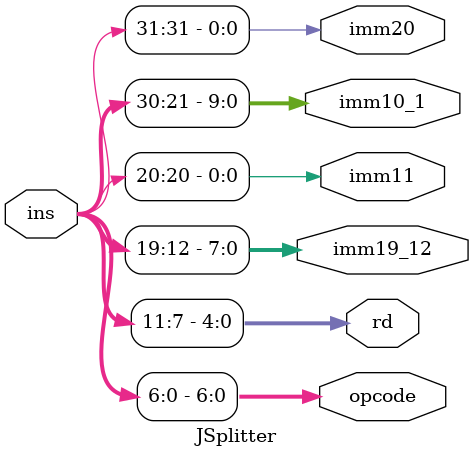
<source format=sv>
`timescale 1ns / 1ps


module JSplitter(
    input  logic [31:0] ins,
    output logic [6:0] opcode,
    output logic [4:0] rd,
    output logic [7:0] imm19_12,
    output logic imm11,
    output logic [9:0] imm10_1,
    output logic imm20
    );
    
    assign {imm20, imm10_1, imm11, imm19_12, rd, opcode} = ins;
    
endmodule

</source>
